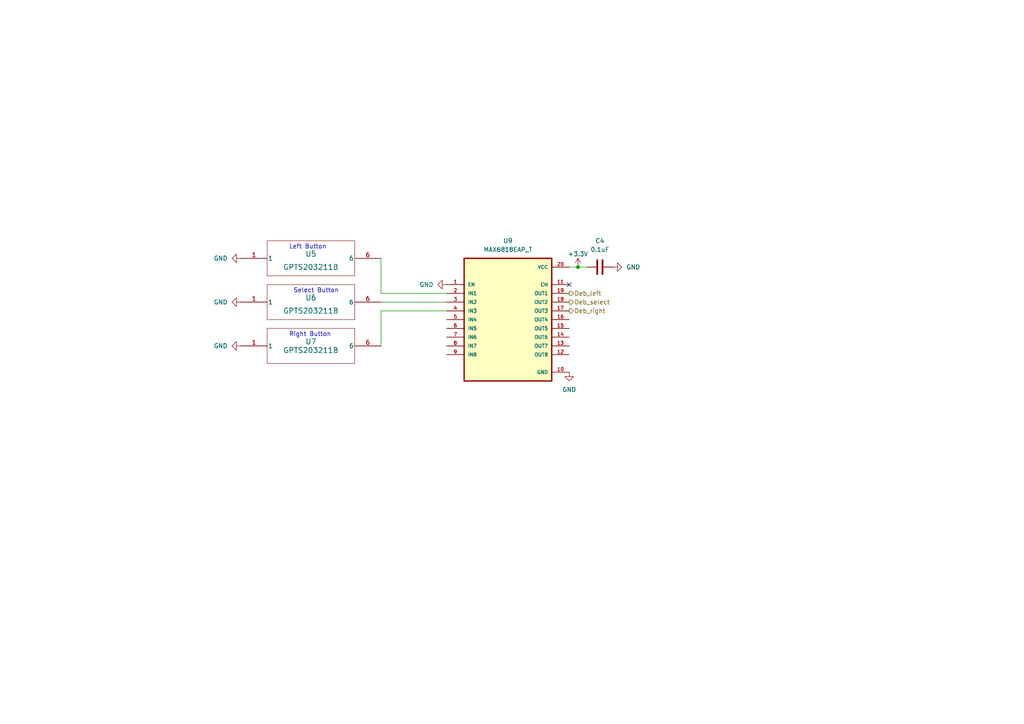
<source format=kicad_sch>
(kicad_sch (version 20230121) (generator eeschema)
  (paper "A4")
  (lib_symbols
    (symbol "2024-05-13_21-50-54:GPTS203211B" (pin_names (offset 0.254))
      (property "Reference" "U" (at 20.32 10.16 0))
      (property "Value" "GPTS203211B" (at 20.32 7.62 0))
      (symbol "GPTS203211B_0_1"
        (polyline (pts (xy 7.62 -5.08) (xy 33.02 -5.08)) (stroke (width 0.127)))
        (polyline (pts (xy 7.62 5.08) (xy 7.62 -5.08)) (stroke (width 0.127)))
        (polyline (pts (xy 33.02 -5.08) (xy 33.02 5.08)) (stroke (width 0.127)))
        (polyline (pts (xy 33.02 5.08) (xy 7.62 5.08)) (stroke (width 0.127)))
        (pin unspecified line (at 0 0 0) (length 7.62) (name "1") (number "1"))
        (pin unspecified line (at 40.64 0 180) (length 7.62) (name "6") (number "6"))
      )
    )
    (symbol "Device:C" (pin_numbers hide) (pin_names (offset 0.254))
      (property "Reference" "C" (at 0.635 2.54 0))
      (property "Value" "C" (at 0.635 -2.54 0))
      (symbol "C_0_1"
        (polyline (pts (xy -2.032 -0.762) (xy 2.032 -0.762)) (stroke (width 0.508)))
        (polyline (pts (xy -2.032 0.762) (xy 2.032 0.762)) (stroke (width 0.508)))
      )
      (symbol "C_1_1"
        (pin passive line (at 0 3.81 270) (length 2.794) (name "~") (number "1"))
        (pin passive line (at 0 -3.81 90) (length 2.794) (name "~") (number "2"))
      )
    )
    (symbol "MAX6818EAP_T2:MAX6818EAP_T" (pin_names (offset 1.016))
      (property "Reference" "U" (at -12.7 18.78 0))
      (property "Value" "MAX6818EAP_T" (at -12.7 -21.78 0))
      (symbol "MAX6818EAP_T_0_0"
        (rectangle (start -12.7 -17.78) (end 12.7 17.78) (stroke (width 0.41)) (fill (type background)))
        (pin input line (at -17.78 10.16 0) (length 5.08) (name "EN") (number "1"))
        (pin power_in line (at 17.78 -15.24 180) (length 5.08) (name "GND") (number "10"))
        (pin output line (at 17.78 10.16 180) (length 5.08) (name "CH") (number "11"))
        (pin output line (at 17.78 -10.16 180) (length 5.08) (name "OUT8") (number "12"))
        (pin output line (at 17.78 -7.62 180) (length 5.08) (name "OUT7") (number "13"))
        (pin output line (at 17.78 -5.08 180) (length 5.08) (name "OUT6") (number "14"))
        (pin output line (at 17.78 -2.54 180) (length 5.08) (name "OUT5") (number "15"))
        (pin output line (at 17.78 0 180) (length 5.08) (name "OUT4") (number "16"))
        (pin output line (at 17.78 2.54 180) (length 5.08) (name "OUT3") (number "17"))
        (pin output line (at 17.78 5.08 180) (length 5.08) (name "OUT2") (number "18"))
        (pin output line (at 17.78 7.62 180) (length 5.08) (name "OUT1") (number "19"))
        (pin input line (at -17.78 7.62 0) (length 5.08) (name "IN1") (number "2"))
        (pin power_in line (at 17.78 15.24 180) (length 5.08) (name "VCC") (number "20"))
        (pin input line (at -17.78 5.08 0) (length 5.08) (name "IN2") (number "3"))
        (pin input line (at -17.78 2.54 0) (length 5.08) (name "IN3") (number "4"))
        (pin input line (at -17.78 0 0) (length 5.08) (name "IN4") (number "5"))
        (pin input line (at -17.78 -2.54 0) (length 5.08) (name "IN5") (number "6"))
        (pin input line (at -17.78 -5.08 0) (length 5.08) (name "IN6") (number "7"))
        (pin input line (at -17.78 -7.62 0) (length 5.08) (name "IN7") (number "8"))
        (pin input line (at -17.78 -10.16 0) (length 5.08) (name "IN8") (number "9"))
      )
    )
    (symbol "power:+3.3V" (power) (pin_names (offset 0))
      (property "Value" "+3.3V" (at 0 3.556 0))
      (symbol "+3.3V_0_1"
        (polyline (pts (xy -0.762 1.27) (xy 0 2.54)))
        (polyline (pts (xy 0 0) (xy 0 2.54)))
        (polyline (pts (xy 0 2.54) (xy 0.762 1.27)))
      )
      (symbol "+3.3V_1_1"
        (pin power_in line (at 0 0 90) (length 0) hide (name "+3.3V") (number "1"))
      )
    )
    (symbol "power:GND" (power) (pin_names (offset 0))
      (property "Value" "GND" (at 0 -3.81 0))
      (symbol "GND_0_1"
        (polyline (pts (xy 0 0) (xy 0 -1.27) (xy 1.27 -1.27) (xy 0 -2.54) (xy -1.27 -1.27) (xy 0 -1.27)))
      )
      (symbol "GND_1_1"
        (pin power_in line (at 0 0 270) (length 0) hide (name "GND") (number "1"))
      )
    )
  )
  (junction (at 167.64 77.47))
  (no_connect (at 165.1 82.55))
  (wire (pts (xy 110.49 90.17) (xy 129.54 90.17)))
  (wire (pts (xy 167.64 77.47) (xy 170.18 77.47)))
  (wire (pts (xy 165.1 77.47) (xy 167.64 77.47)))
  (wire (pts (xy 110.49 87.63) (xy 129.54 87.63)))
  (wire (pts (xy 110.49 85.09) (xy 129.54 85.09)))
  (wire (pts (xy 110.49 100.33) (xy 110.49 90.17)))
  (wire (pts (xy 110.49 74.93) (xy 110.49 85.09)))
  (text "Left Button" (at 83.82 72.39 0) (effects (font (size 1.27 1.27)) (justify left bottom)))
  (text "Select Button" (at 85.09 85.09 0) (effects (font (size 1.27 1.27)) (justify left bottom)))
  (text "Right Button\n" (at 83.82 97.79 0) (effects (font (size 1.27 1.27)) (justify left bottom)))
  (hierarchical_label "Deb_select" (shape output) (at 165.1 87.63 0))
  (hierarchical_label "Deb_right" (shape output) (at 165.1 90.17 0))
  (hierarchical_label "Deb_left" (shape output) (at 165.1 85.09 0))
  (symbol (lib_id "power:GND") (at 165.1 107.95 0) (unit 1)
    (property "Reference" "#PWR014" (effects hide))
    (property "Value" "GND" (at 165.1 113.03 0))
    (instances (project "Motor Programmer Rev. 2" (path "" (reference "#PWR014") (unit 1)) (path "" (reference "#PWR018") (unit 1))))
  )
  (symbol (lib_id "2024-05-13_21-50-54:GPTS203211B") (at 69.85 87.63 0) (unit 1)
    (property "Reference" "U6" (at 90.17 86.36 0) (effects (font (size 1.524 1.524))))
    (property "Value" "GPTS203211B" (at 90.17 90.17 0) (effects (font (size 1.524 1.524))))
    (property "Footprint" "footprints:SWITCH_03211B" (effects hide))
    (property "Datasheet" "GPTS203211B" (effects hide))
  )
  (symbol (lib_id "power:GND") (at 177.8 77.47 90) (unit 1)
    (property "Reference" "#PWR016" (effects hide))
    (property "Value" "GND" (at 181.61 77.47 90) (effects (justify right)))
    (instances (project "Motor Programmer Rev. 2" (path "" (reference "#PWR016") (unit 1)) (path "" (reference "#PWR020") (unit 1))))
  )
  (symbol (lib_id "2024-05-13_21-50-54:GPTS203211B") (at 69.85 74.93 0) (unit 1)
    (property "Reference" "U5" (at 90.17 73.66 0) (effects (font (size 1.524 1.524))))
    (property "Value" "GPTS203211B" (at 90.17 77.47 0) (effects (font (size 1.524 1.524))))
    (property "Footprint" "footprints:SWITCH_03211B" (effects hide))
    (property "Datasheet" "GPTS203211B" (effects hide))
  )
  (symbol (lib_id "Device:C") (at 173.99 77.47 90) (unit 1)
    (property "Reference" "C4" (at 173.99 69.85 90))
    (property "Value" "0.1uF" (at 173.99 72.39 90))
  )
  (symbol (lib_id "MAX6818EAP_T2:MAX6818EAP_T") (at 147.32 92.71 0) (unit 1)
    (property "Reference" "U9" (at 147.32 69.85 0))
    (property "Value" "MAX6818EAP_T" (at 147.32 72.39 0))
    (property "Footprint" "MAX6818EAP:SOP65P777X199-20N" (effects hide))
    (instances (project "Motor Programmer Rev. 2" (path "" (reference "U9") (unit 1)) (path "" (reference "U8") (unit 1))))
  )
  (symbol (lib_id "power:GND") (at 69.85 100.33 270) (unit 1)
    (property "Reference" "#PWR019" (effects hide))
    (property "Value" "GND" (at 66.04 100.33 90) (effects (justify right)))
    (instances (project "Motor Programmer Rev. 2" (path "" (reference "#PWR019") (unit 1)) (path "" (reference "#PWR016") (unit 1))))
  )
  (symbol (lib_id "power:GND") (at 69.85 74.93 270) (unit 1)
    (property "Reference" "#PWR017" (effects hide))
    (property "Value" "GND" (at 66.04 74.93 90) (effects (justify right)))
    (instances (project "Motor Programmer Rev. 2" (path "" (reference "#PWR017") (unit 1)) (path "" (reference "#PWR014") (unit 1))))
  )
  (symbol (lib_id "power:GND") (at 69.85 87.63 270) (unit 1)
    (property "Reference" "#PWR018" (effects hide))
    (property "Value" "GND" (at 66.04 87.63 90) (effects (justify right)))
    (instances (project "Motor Programmer Rev. 2" (path "" (reference "#PWR018") (unit 1)) (path "" (reference "#PWR015") (unit 1))))
  )
  (symbol (lib_id "power:+3.3V") (at 167.64 77.47 0) (unit 1)
    (property "Reference" "#PWR015" (effects hide))
    (property "Value" "+3.3V" (at 167.64 73.66 0))
    (instances (project "Motor Programmer Rev. 2" (path "" (reference "#PWR015") (unit 1)) (path "" (reference "#PWR019") (unit 1))) (project "ESP32_S2_SOLO_N4 Kicad Reference Design" (path "" (reference "#PWR03") (unit 1))) (project "esp32" (path "" (reference "#PWR05") (unit 1))))
  )
  (symbol (lib_id "2024-05-13_21-50-54:GPTS203211B") (at 69.85 100.33 0) (unit 1)
    (property "Reference" "U7" (at 90.17 99.06 0) (effects (font (size 1.524 1.524))))
    (property "Value" "GPTS203211B" (at 90.17 101.6 0) (effects (font (size 1.524 1.524))))
    (property "Footprint" "footprints:SWITCH_03211B" (effects hide))
    (property "Datasheet" "GPTS203211B" (effects hide))
  )
  (symbol (lib_id "power:GND") (at 129.54 82.55 270) (unit 1)
    (property "Reference" "#PWR020" (effects hide))
    (property "Value" "GND" (at 125.73 82.55 90) (effects (justify right)))
    (instances (project "Motor Programmer Rev. 2" (path "" (reference "#PWR020") (unit 1)) (path "" (reference "#PWR017") (unit 1))))
  )
)
</source>
